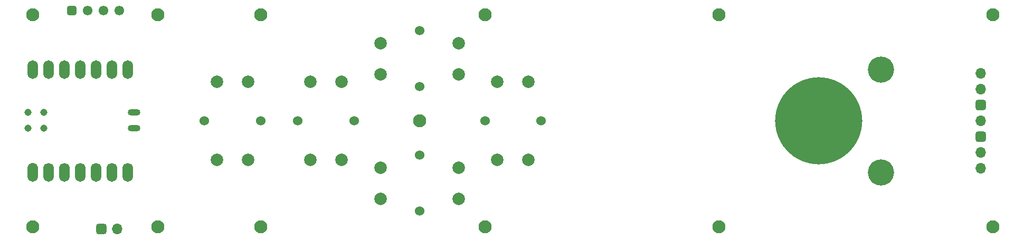
<source format=gbr>
%TF.GenerationSoftware,KiCad,Pcbnew,(6.0.1)*%
%TF.CreationDate,2023-01-24T13:05:26+09:00*%
%TF.ProjectId,yuiopPD_r2,7975696f-7050-4445-9f72-322e6b696361,2*%
%TF.SameCoordinates,Original*%
%TF.FileFunction,Soldermask,Top*%
%TF.FilePolarity,Negative*%
%FSLAX46Y46*%
G04 Gerber Fmt 4.6, Leading zero omitted, Abs format (unit mm)*
G04 Created by KiCad (PCBNEW (6.0.1)) date 2023-01-24 13:05:26*
%MOMM*%
%LPD*%
G01*
G04 APERTURE LIST*
G04 Aperture macros list*
%AMRoundRect*
0 Rectangle with rounded corners*
0 $1 Rounding radius*
0 $2 $3 $4 $5 $6 $7 $8 $9 X,Y pos of 4 corners*
0 Add a 4 corners polygon primitive as box body*
4,1,4,$2,$3,$4,$5,$6,$7,$8,$9,$2,$3,0*
0 Add four circle primitives for the rounded corners*
1,1,$1+$1,$2,$3*
1,1,$1+$1,$4,$5*
1,1,$1+$1,$6,$7*
1,1,$1+$1,$8,$9*
0 Add four rect primitives between the rounded corners*
20,1,$1+$1,$2,$3,$4,$5,0*
20,1,$1+$1,$4,$5,$6,$7,0*
20,1,$1+$1,$6,$7,$8,$9,0*
20,1,$1+$1,$8,$9,$2,$3,0*%
%AMFreePoly0*
4,1,31,0.262664,0.808398,0.425000,0.736122,0.568761,0.631673,0.687664,0.499617,0.776514,0.345726,0.831425,0.176725,0.850000,0.000000,0.831425,-0.176725,0.776514,-0.345726,0.687664,-0.499617,0.568761,-0.631673,0.425000,-0.736122,0.262664,-0.808398,0.088849,-0.845344,-0.088849,-0.845344,-0.262664,-0.808398,-0.425000,-0.736122,-0.568761,-0.631673,-0.687664,-0.499617,-0.776514,-0.345726,
-0.831425,-0.176725,-0.850000,0.000000,-0.831425,0.176725,-0.776514,0.345726,-0.687664,0.499617,-0.568761,0.631673,-0.425000,0.736122,-0.262664,0.808398,-0.088849,0.845344,0.088849,0.845344,0.262664,0.808398,0.262664,0.808398,$1*%
G04 Aperture macros list end*
%ADD10C,2.100000*%
%ADD11C,1.524000*%
%ADD12C,2.000000*%
%ADD13RoundRect,0.425000X0.425000X-0.425000X0.425000X0.425000X-0.425000X0.425000X-0.425000X-0.425000X0*%
%ADD14O,1.700000X1.700000*%
%ADD15C,1.550000*%
%ADD16RoundRect,0.387500X0.387500X0.387500X-0.387500X0.387500X-0.387500X-0.387500X0.387500X-0.387500X0*%
%ADD17FreePoly0,90.000000*%
%ADD18O,1.700000X3.000000*%
%ADD19C,1.700000*%
%ADD20O,2.032000X1.016000*%
%ADD21C,1.143000*%
%ADD22C,14.000000*%
%ADD23C,4.200000*%
%ADD24RoundRect,0.425000X0.425000X0.425000X-0.425000X0.425000X-0.425000X-0.425000X0.425000X-0.425000X0*%
G04 APERTURE END LIST*
D10*
%TO.C,H13*%
X183000000Y-117000000D03*
%TD*%
%TO.C,H12*%
X183000000Y-83000000D03*
%TD*%
%TO.C,H11*%
X93000000Y-117000000D03*
%TD*%
%TO.C,H10*%
X93000000Y-83000000D03*
%TD*%
%TO.C,H2*%
X109500000Y-83000000D03*
%TD*%
%TO.C,H7*%
X109500000Y-117000000D03*
%TD*%
D11*
%TO.C,SW5*%
X154500000Y-100000000D03*
X145500000Y-100000000D03*
D12*
X152500000Y-93750000D03*
X152500000Y-106250000D03*
X147500000Y-93750000D03*
X147500000Y-106250000D03*
%TD*%
D13*
%TO.C,J2*%
X84000000Y-117350000D03*
D14*
X86540000Y-117350000D03*
%TD*%
D11*
%TO.C,SW3*%
X135000000Y-85500000D03*
X135000000Y-94500000D03*
D12*
X141250000Y-87500000D03*
X128750000Y-87500000D03*
X128750000Y-92500000D03*
X141250000Y-92500000D03*
%TD*%
D15*
%TO.C,J4*%
X86810000Y-82300000D03*
X84270000Y-82300000D03*
X81730000Y-82300000D03*
D16*
X79190000Y-82300000D03*
%TD*%
D10*
%TO.C,H5*%
X135000000Y-100000000D03*
%TD*%
%TO.C,H4*%
X227000000Y-83000000D03*
%TD*%
D11*
%TO.C,SW4*%
X135000000Y-114500000D03*
X135000000Y-105500000D03*
D12*
X128750000Y-112500000D03*
X141250000Y-112500000D03*
X128750000Y-107500000D03*
X141250000Y-107500000D03*
%TD*%
D10*
%TO.C,H9*%
X227000000Y-117000000D03*
%TD*%
D17*
%TO.C,U1*%
X72980000Y-107620000D03*
D18*
X72980000Y-108255000D03*
X75520000Y-108255000D03*
D19*
X75520000Y-107620000D03*
D18*
X78060000Y-108255000D03*
D19*
X78060000Y-107620000D03*
X80600000Y-107620000D03*
D18*
X80600000Y-108255000D03*
X83140000Y-108255000D03*
D19*
X83140000Y-107620000D03*
X85680000Y-107620000D03*
D18*
X85680000Y-108255000D03*
X88220000Y-108255000D03*
D19*
X88220000Y-107620000D03*
X88220000Y-92380000D03*
D18*
X88220000Y-91745000D03*
D19*
X85680000Y-92380000D03*
D18*
X85680000Y-91745000D03*
D19*
X83140000Y-92380000D03*
D18*
X83140000Y-91745000D03*
X80600000Y-91745000D03*
D19*
X80600000Y-92380000D03*
X78060000Y-92380000D03*
D18*
X78060000Y-91745000D03*
X75520000Y-91745000D03*
D19*
X75520000Y-92380000D03*
X72980000Y-92380000D03*
D18*
X72980000Y-91745000D03*
D20*
X89200000Y-101150000D03*
X89200000Y-98600000D03*
D21*
X72195813Y-101151197D03*
X72195813Y-98611197D03*
X74735813Y-101151197D03*
X74735813Y-98611197D03*
%TD*%
D10*
%TO.C,H3*%
X145500000Y-83000000D03*
%TD*%
D11*
%TO.C,SW2*%
X124500000Y-100000000D03*
X115500000Y-100000000D03*
D12*
X122500000Y-106250000D03*
X122500000Y-93750000D03*
X117500000Y-106250000D03*
X117500000Y-93750000D03*
%TD*%
D10*
%TO.C,H6*%
X73000000Y-117000000D03*
%TD*%
D11*
%TO.C,SW1*%
X109500000Y-100000000D03*
X100500000Y-100000000D03*
D12*
X107500000Y-93750000D03*
X107500000Y-106250000D03*
X102500000Y-93750000D03*
X102500000Y-106250000D03*
%TD*%
D22*
%TO.C,J1*%
X199000000Y-100000000D03*
D23*
X209000000Y-108250000D03*
X209000000Y-91750000D03*
D14*
X225000000Y-107620000D03*
X225000000Y-105080000D03*
D24*
X225000000Y-102540000D03*
D14*
X225000000Y-100000000D03*
D24*
X225000000Y-97460000D03*
D14*
X225000000Y-94920000D03*
X225000000Y-92380000D03*
%TD*%
D10*
%TO.C,H8*%
X145500000Y-117000000D03*
%TD*%
%TO.C,H1*%
X73000000Y-83000000D03*
%TD*%
M02*

</source>
